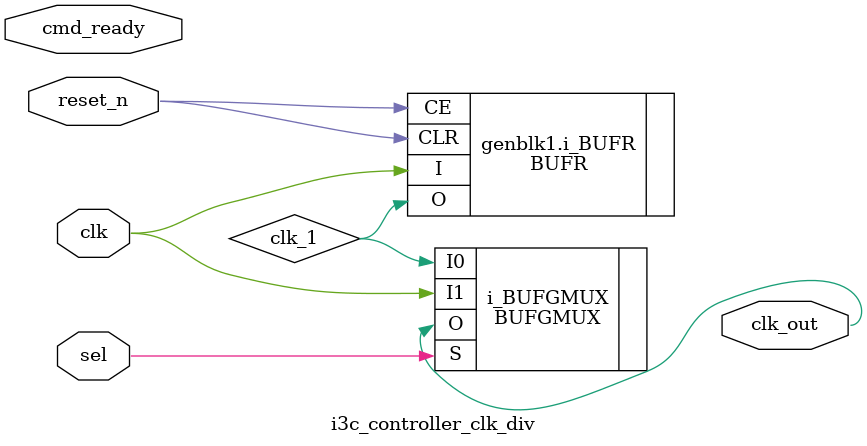
<source format=v>
/**
 * Select clock clk/4 (sel=0) or clk/1 (sel=1) output.
 */

`timescale 1ns/100ps
`default_nettype none

module i3c_controller_clk_div #(
  parameter SIM_DEVICE = "7SERIES",
  parameter CLK_DIV = 4
) (
  input  wire reset_n,
  input  wire sel,
  input  wire cmd_ready,
  input  wire clk,
  output wire clk_out
  );
  wire clk_1;

  generate if (SIM_DEVICE == "7SERIES") begin
    BUFR #(
      .BUFR_DIVIDE(CLK_DIV)
    ) i_BUFR (
      .O(clk_1),
      .CE(reset_n),
      .CLR(reset_n),
      .I(clk)
    );
  end else if (SIM_DEVICE == "ULTRASCALE") begin
    BUFGCE_DIV #(
      .BUFGCE_DIVIDE(CLK_DIV),
      .IS_CE_INVERTED(1'b1),
      .IS_CLR_INVERTED(1'b0),
      .IS_I_INVERTED(1'b0)
    ) i_BUFGCE_DIV (
      .O(clk_1),
      .CE(reset_n),
      .CLR(reset_n),
      .I(clk)
    );
  end
  endgenerate

  BUFGMUX #(
  ) i_BUFGMUX (
     .O(clk_out),
     .I0(clk_1),
     .I1(clk),
     .S(sel)
  );

endmodule

</source>
